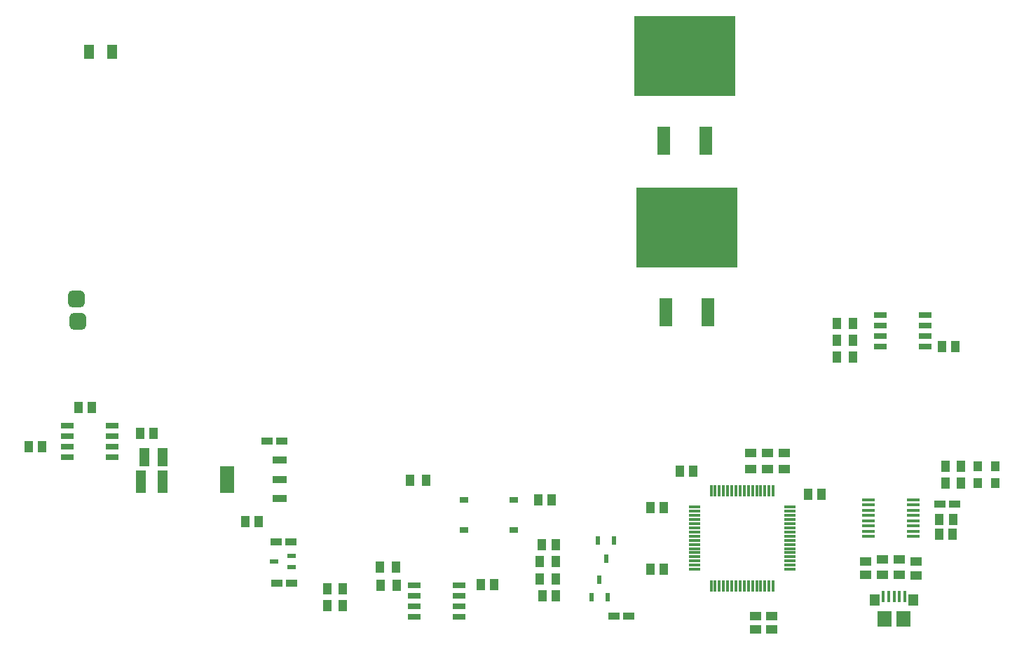
<source format=gbr>
%TF.GenerationSoftware,Altium Limited,Altium Designer,23.6.0 (18)*%
G04 Layer_Color=8421504*
%FSLAX45Y45*%
%MOMM*%
%TF.SameCoordinates,1BF17B70-E076-4422-95A1-EF062E3CA17A*%
%TF.FilePolarity,Positive*%
%TF.FileFunction,Paste,Top*%
%TF.Part,Single*%
G01*
G75*
%TA.AperFunction,SMDPad,CuDef*%
%ADD10R,1.60000X3.50000*%
%ADD11R,12.20000X9.75000*%
%ADD12R,1.02000X1.47000*%
%ADD13R,1.45000X1.00000*%
%ADD14R,1.47000X1.02000*%
%ADD15R,1.10000X1.30000*%
%ADD16R,1.00000X1.45000*%
%ADD17R,1.45000X0.95000*%
%TA.AperFunction,ConnectorPad*%
%ADD18R,1.15000X1.45000*%
%ADD19R,1.75000X1.90000*%
%ADD20R,0.40000X1.40000*%
%TA.AperFunction,SMDPad,CuDef*%
%ADD21R,1.52600X0.43500*%
%ADD22R,1.00000X0.70000*%
%ADD23R,0.60000X1.10000*%
%ADD24R,0.30000X1.47500*%
%ADD25R,1.47500X0.30000*%
%ADD26R,1.52500X0.65000*%
%ADD27R,1.05000X0.50000*%
%ADD28R,1.22000X2.72000*%
%ADD29R,1.25000X2.20000*%
%ADD30R,1.75000X0.95000*%
%ADD31R,1.75000X3.20000*%
%ADD32R,1.30000X1.80000*%
G04:AMPARAMS|DCode=33|XSize=2mm|YSize=2mm|CornerRadius=0.5mm|HoleSize=0mm|Usage=FLASHONLY|Rotation=0.000|XOffset=0mm|YOffset=0mm|HoleType=Round|Shape=RoundedRectangle|*
%AMROUNDEDRECTD33*
21,1,2.00000,1.00000,0,0,0.0*
21,1,1.00000,2.00000,0,0,0.0*
1,1,1.00000,0.50000,-0.50000*
1,1,1.00000,-0.50000,-0.50000*
1,1,1.00000,-0.50000,0.50000*
1,1,1.00000,0.50000,0.50000*
%
%ADD33ROUNDEDRECTD33*%
D10*
X8158500Y6032500D02*
D03*
X8666500D02*
D03*
X8179500Y3957500D02*
D03*
X8687500D02*
D03*
D11*
X8412500Y7060000D02*
D03*
X8433500Y4985000D02*
D03*
D12*
X6798500Y1695000D02*
D03*
X6636500D02*
D03*
X11677000Y3542500D02*
D03*
X11515000D02*
D03*
X11648500Y1456000D02*
D03*
X11486500D02*
D03*
X11647500Y1272500D02*
D03*
X11485500D02*
D03*
X10063500Y1755000D02*
D03*
X9901500D02*
D03*
X7996500Y1600000D02*
D03*
X8158500D02*
D03*
X7996500Y852500D02*
D03*
X8158500D02*
D03*
X6689000Y532500D02*
D03*
X6851000D02*
D03*
X6685500Y1147500D02*
D03*
X6847500D02*
D03*
X3263500Y1432500D02*
D03*
X3101500D02*
D03*
X1826500Y2495000D02*
D03*
X1988500D02*
D03*
X483000Y2331500D02*
D03*
X645000D02*
D03*
X1084000Y2810000D02*
D03*
X1246000D02*
D03*
X5944000Y662500D02*
D03*
X6106000D02*
D03*
X8513500Y2037500D02*
D03*
X8351500D02*
D03*
D13*
X9205000Y2257500D02*
D03*
Y2067500D02*
D03*
X9407500Y2257500D02*
D03*
Y2067500D02*
D03*
X9607500Y2257500D02*
D03*
Y2067500D02*
D03*
X10797500Y975000D02*
D03*
Y785000D02*
D03*
X11002500Y975000D02*
D03*
Y785000D02*
D03*
D14*
X11205000Y942000D02*
D03*
Y780000D02*
D03*
X10597500Y948500D02*
D03*
Y786500D02*
D03*
X9460000Y287500D02*
D03*
Y125500D02*
D03*
X9265000Y126500D02*
D03*
Y288500D02*
D03*
D15*
X11952500Y2095000D02*
D03*
X12162500D02*
D03*
X11952500Y1895000D02*
D03*
X12162500D02*
D03*
D16*
X11745000Y2095000D02*
D03*
X11555000D02*
D03*
X11745000Y1895000D02*
D03*
X11555000D02*
D03*
X4927500Y660000D02*
D03*
X4737500D02*
D03*
X4277500Y617500D02*
D03*
X4087500D02*
D03*
Y412500D02*
D03*
X4277500D02*
D03*
X6850000Y737500D02*
D03*
X6660000D02*
D03*
X6850000Y947500D02*
D03*
X6660000D02*
D03*
X5092500Y1927500D02*
D03*
X5282500D02*
D03*
X10250000Y3415000D02*
D03*
X10440000D02*
D03*
X10440000Y3827500D02*
D03*
X10250000D02*
D03*
X10440000Y3620000D02*
D03*
X10250000D02*
D03*
X4727500Y877500D02*
D03*
X4917500D02*
D03*
D17*
X11667500Y1643500D02*
D03*
X11487500D02*
D03*
X7555000Y282500D02*
D03*
X7735000D02*
D03*
X3542500Y2402500D02*
D03*
X3362500D02*
D03*
X3470000Y1182500D02*
D03*
X3650000D02*
D03*
X3477500Y682500D02*
D03*
X3657500D02*
D03*
D18*
X11169500Y478000D02*
D03*
X10705500D02*
D03*
D19*
X11050000Y255000D02*
D03*
X10825000D02*
D03*
D20*
X11067500Y520000D02*
D03*
X11002500D02*
D03*
X10937500D02*
D03*
X10872500D02*
D03*
X10807500D02*
D03*
D21*
X10628800Y1692200D02*
D03*
Y1628800D02*
D03*
Y1565200D02*
D03*
Y1501800D02*
D03*
Y1438200D02*
D03*
Y1374800D02*
D03*
Y1311200D02*
D03*
Y1247800D02*
D03*
X11171200D02*
D03*
Y1311200D02*
D03*
Y1374800D02*
D03*
Y1438200D02*
D03*
Y1501800D02*
D03*
Y1565200D02*
D03*
Y1628800D02*
D03*
Y1692200D02*
D03*
D22*
X5745000Y1695000D02*
D03*
X6345000D02*
D03*
X5745000Y1325000D02*
D03*
X6345000D02*
D03*
D23*
X7380000Y730000D02*
D03*
X7475000Y510000D02*
D03*
X7285000D02*
D03*
X7552500Y1197500D02*
D03*
X7362500D02*
D03*
X7457500Y977500D02*
D03*
D24*
X8727500Y1801300D02*
D03*
X8777500D02*
D03*
X8827500D02*
D03*
X8877500D02*
D03*
X8927500D02*
D03*
X8977500D02*
D03*
X9027500D02*
D03*
X9077500D02*
D03*
X9127500D02*
D03*
X9177500D02*
D03*
X9227500D02*
D03*
X9277500D02*
D03*
X9327500D02*
D03*
X9377500D02*
D03*
X9427500D02*
D03*
X9477500D02*
D03*
Y653700D02*
D03*
X9427500D02*
D03*
X9377500D02*
D03*
X9327500D02*
D03*
X9277500D02*
D03*
X9227500D02*
D03*
X9177500D02*
D03*
X9127500D02*
D03*
X9077500D02*
D03*
X9027500D02*
D03*
X8977500D02*
D03*
X8927500D02*
D03*
X8877500D02*
D03*
X8827500D02*
D03*
X8777500D02*
D03*
X8727500D02*
D03*
D25*
X9676300Y1602500D02*
D03*
Y1552500D02*
D03*
Y1502500D02*
D03*
Y1452500D02*
D03*
Y1402500D02*
D03*
Y1352500D02*
D03*
Y1302500D02*
D03*
Y1252500D02*
D03*
Y1202500D02*
D03*
Y1152500D02*
D03*
Y1102500D02*
D03*
Y1052500D02*
D03*
Y1002500D02*
D03*
Y952500D02*
D03*
Y902500D02*
D03*
Y852500D02*
D03*
X8528700D02*
D03*
Y902500D02*
D03*
Y952500D02*
D03*
Y1002500D02*
D03*
Y1052500D02*
D03*
Y1102500D02*
D03*
Y1152500D02*
D03*
Y1202500D02*
D03*
Y1252500D02*
D03*
Y1302500D02*
D03*
Y1352500D02*
D03*
Y1402500D02*
D03*
Y1452500D02*
D03*
Y1502500D02*
D03*
Y1552500D02*
D03*
Y1602500D02*
D03*
D26*
X5683700Y660500D02*
D03*
Y533500D02*
D03*
Y406500D02*
D03*
Y279500D02*
D03*
X5141300D02*
D03*
Y406500D02*
D03*
Y533500D02*
D03*
Y660500D02*
D03*
X1493700Y2204500D02*
D03*
Y2331500D02*
D03*
Y2458500D02*
D03*
Y2585500D02*
D03*
X951300D02*
D03*
Y2458500D02*
D03*
Y2331500D02*
D03*
Y2204500D02*
D03*
X11311200Y3544500D02*
D03*
Y3671500D02*
D03*
Y3798500D02*
D03*
Y3925500D02*
D03*
X10768800D02*
D03*
Y3798500D02*
D03*
Y3671500D02*
D03*
Y3544500D02*
D03*
D27*
X3657500Y880000D02*
D03*
Y1010000D02*
D03*
X3447500Y945000D02*
D03*
D28*
X1835000Y1910000D02*
D03*
X2105000D02*
D03*
D29*
X2102500Y2207500D02*
D03*
X1882500D02*
D03*
D30*
X3512500Y1710000D02*
D03*
Y1940000D02*
D03*
Y2170000D02*
D03*
D31*
X2882500Y1940000D02*
D03*
D32*
X1490500Y7110000D02*
D03*
X1209500D02*
D03*
D33*
X1077500Y3852500D02*
D03*
X1062500Y4120000D02*
D03*
%TF.MD5,8fefd4fd2177f2a62ef9792f12b5b0a6*%
M02*

</source>
